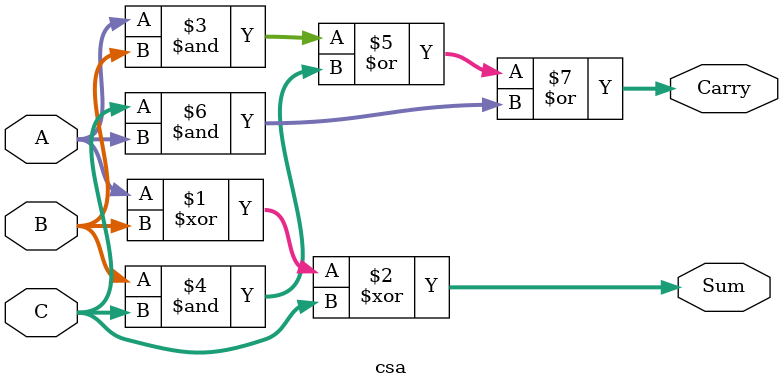
<source format=v>
module csa (
    input  [15:0] A,
    input  [15:0] B,
    input  [15:0] C,
    output [15:0] Sum,
    output [15:0] Carry
);
    assign Sum = A ^ B ^ C;
    assign Carry = (A & B) | (B & C) | (C & A);
endmodule

</source>
